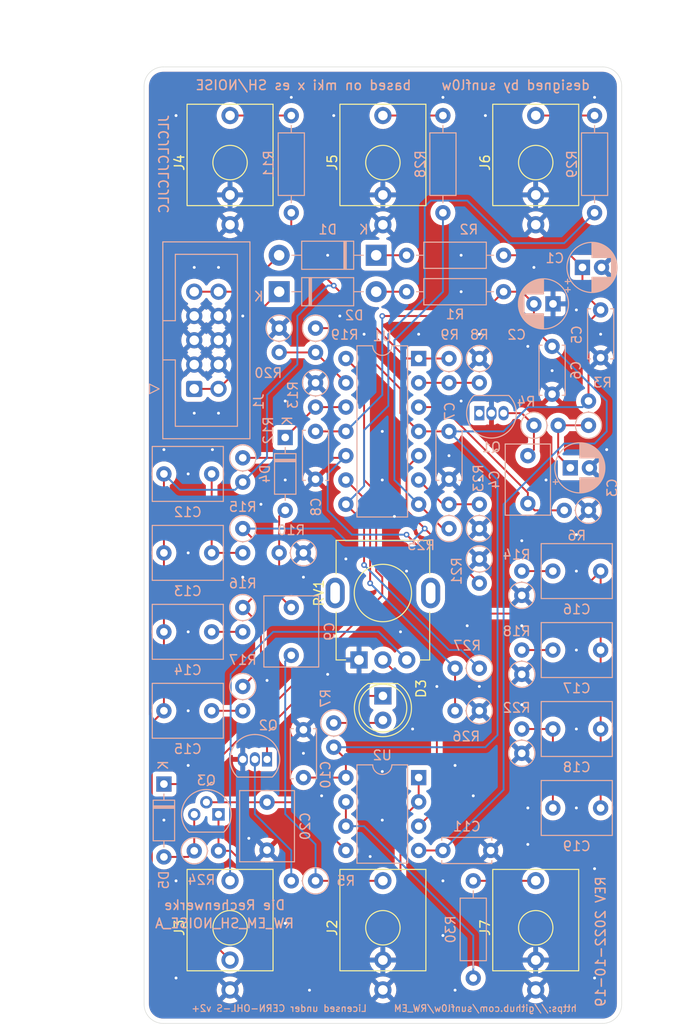
<source format=kicad_pcb>
(kicad_pcb (version 20211014) (generator pcbnew)
  (title_block (title "RW_EM_SH_NOISE_A") (date "2022-10-19") (rev "2022-10-19") (comment 1 "Licensed under CERN-OHL-S v2+"))
  (layers (0 "F.Cu" signal) (31 "B.Cu" signal) (34 "B.Paste" user) (35 "F.Paste" user) (36 "B.SilkS" user "B.Silkscreen") (37 "F.SilkS" user "F.Silkscreen") (38 "B.Mask" user) (39 "F.Mask" user) (44 "Edge.Cuts" user))
  (net 0 "")
  (net 1 "+12V")
  (net 2 "GND")
  (net 3 "-12V")
  (net 4 "Net-(C3-Pad1)")
  (net 5 "Net-(C4-Pad1)")
  (net 6 "Net-(C4-Pad2)")
  (net 7 "Net-(C9-Pad1)")
  (net 8 "Net-(C9-Pad2)")
  (net 9 "Net-(C12-Pad1)")
  (net 10 "Net-(C12-Pad2)")
  (net 11 "Net-(C14-Pad2)")
  (net 12 "Net-(C15-Pad2)")
  (net 13 "Net-(C16-Pad1)")
  (net 14 "Net-(C16-Pad2)")
  (net 15 "Net-(C17-Pad1)")
  (net 16 "Net-(C18-Pad1)")
  (net 17 "Net-(C20-Pad2)")
  (net 18 "Net-(D1-Pad1)")
  (net 19 "Net-(D1-Pad2)")
  (net 20 "Net-(D2-Pad1)")
  (net 21 "Net-(D2-Pad2)")
  (net 22 "Net-(D3-Pad1)")
  (net 23 "Net-(D3-Pad2)")
  (net 24 "Net-(D4-Pad1)")
  (net 25 "Net-(D5-Pad1)")
  (net 26 "Net-(D5-Pad2)")
  (net 27 "Net-(J3-PadT)")
  (net 28 "Net-(J4-PadT)")
  (net 29 "Net-(J5-PadT)")
  (net 30 "Net-(J6-PadT)")
  (net 31 "Net-(J7-PadT)")
  (net 33 "Net-(Q2-Pad2)")
  (net 34 "Net-(Q3-Pad1)")
  (net 35 "Net-(R8-Pad2)")
  (net 36 "Net-(R15-Pad1)")
  (net 37 "Net-(R19-Pad2)")
  (net 38 "Net-(R23-Pad2)")
  (net 39 "Net-(R25-Pad1)")
  (net 40 "Net-(R26-Pad2)")
  (net 41 "Net-(R27-Pad1)")
  (net 42 "Net-(R30-Pad2)")
  (net 43 "Net-(RV1-Pad2)")
  (footprint "RW_EurorackModular:Potentiometer_R0904N_SongHuei" (layer "F.Cu") (at 115 95)
    (fp_text reference "RV1")
    (fp_text value "100k")
  )
  (footprint "LED_THT:LED_D5.0mm" (layer "F.Cu") (at 115 105.76 -90)
    (fp_text reference "D3")
    (fp_text value "LED")
  )
  (footprint "RW_EurorackModular:PJ301M-12" (layer "F.Cu") (at 99 50)
    (fp_text reference "J4")
    (fp_text value "PJ301M-12")
  )
  (footprint "RW_EurorackModular:PJ301M-12" (layer "F.Cu") (at 131 130)
    (fp_text reference "J7")
    (fp_text value "PJ301M-12")
  )
  (footprint "RW_EurorackModular:PJ301M-12" (layer "F.Cu") (at 131 50)
    (fp_text reference "J6")
    (fp_text value "PJ301M-12")
  )
  (footprint "RW_EurorackModular:PJ301M-12" (layer "F.Cu") (at 99 130)
    (fp_text reference "J3")
    (fp_text value "PJ301M-12")
  )
  (footprint "RW_EurorackModular:PJ301M-12" (layer "F.Cu") (at 115 130)
    (fp_text reference "J2")
    (fp_text value "PJ301M-12")
  )
  (footprint "RW_EurorackModular:PJ301M-12" (layer "F.Cu") (at 115 50)
    (fp_text reference "J5")
    (fp_text value "PJ301M-12")
  )
  (footprint "Resistor_THT:R_Axial_DIN0207_L6.3mm_D2.5mm_P2.54mm_Vertical" (layer "B.Cu") (at 121.92 70.485 -90)
    (fp_text reference "R9")
    (fp_text value "100k")
  )
  (footprint "Resistor_THT:R_Axial_DIN0207_L6.3mm_D2.5mm_P2.54mm_Vertical" (layer "B.Cu") (at 130.81 77.47)
    (fp_text reference "R4")
    (fp_text value "100k")
  )
  (footprint "Capacitor_THT:CP_Radial_D5.0mm_P2.00mm" (layer "B.Cu") (at 132.81 64.77 180)
    (fp_text reference "C2")
    (fp_text value "47uF")
  )
  (footprint "Resistor_THT:R_Axial_DIN0207_L6.3mm_D2.5mm_P2.54mm_Vertical" (layer "B.Cu") (at 125.095 88.265 90)
    (fp_text reference "R23")
    (fp_text value "100k")
  )
  (footprint "Diode_THT:D_DO-41_SOD81_P10.16mm_Horizontal" (layer "B.Cu") (at 104.14 63.5)
    (fp_text reference "D2")
    (fp_text value "1N5819")
  )
  (footprint "Package_TO_SOT_THT:TO-92_Inline" (layer "B.Cu") (at 102.87 112.395 180)
    (fp_text reference "Q2")
    (fp_text value "BC548")
  )
  (footprint "Connector_IDC:IDC-Header_2x05_P2.54mm_Vertical" (layer "B.Cu") (at 95.25 73.66)
    (fp_text reference "J1")
    (fp_text value "IDC_02x05")
  )
  (footprint "Resistor_THT:R_Axial_DIN0207_L6.3mm_D2.5mm_P2.54mm_Vertical" (layer "B.Cu") (at 107.95 73.025 -90)
    (fp_text reference "R13")
    (fp_text value "100k")
  )
  (footprint "Resistor_THT:R_Axial_DIN0207_L6.3mm_D2.5mm_P10.16mm_Horizontal" (layer "B.Cu") (at 137.16 45.085 -90)
    (fp_text reference "R29")
    (fp_text value "1k")
  )
  (footprint "Resistor_THT:R_Axial_DIN0207_L6.3mm_D2.5mm_P2.54mm_Vertical" (layer "B.Cu") (at 125.095 107.315 180)
    (fp_text reference "R26")
    (fp_text value "20k")
  )
  (footprint "Resistor_THT:R_Axial_DIN0207_L6.3mm_D2.5mm_P2.54mm_Vertical" (layer "B.Cu") (at 107.95 67.31 -90)
    (fp_text reference "R19")
    (fp_text value "100k")
  )
  (footprint "Capacitor_THT:C_Disc_D5.0mm_W2.5mm_P5.00mm" (layer "B.Cu") (at 121.92 78.105 -90)
    (fp_text reference "C7")
    (fp_text value "100nF")
  )
  (footprint "Resistor_THT:R_Axial_DIN0207_L6.3mm_D2.5mm_P2.54mm_Vertical" (layer "B.Cu") (at 136.525 86.36 180)
    (fp_text reference "R6")
    (fp_text value "100k")
  )
  (footprint "Capacitor_THT:C_Rect_L7.2mm_W5.5mm_P5.00mm_FKS2_FKP2_MKS2_MKP2" (layer "B.Cu") (at 102.87 121.88 90)
    (fp_text reference "C20")
    (fp_text value "100nF")
  )
  (footprint "Capacitor_THT:CP_Radial_D5.0mm_P2.00mm" (layer "B.Cu") (at 135.89 60.96)
    (fp_text reference "C1")
    (fp_text value "47uF")
  )
  (footprint "Diode_THT:D_DO-35_SOD27_P7.62mm_Horizontal" (layer "B.Cu") (at 104.775 78.74 -90)
    (fp_text reference "D4")
    (fp_text value "1N4148")
  )
  (footprint "Package_DIP:DIP-8_W7.62mm" (layer "B.Cu") (at 118.745 114.3 180)
    (fp_text reference "U2")
    (fp_text value "TL072")
  )
  (footprint "Resistor_THT:R_Axial_DIN0207_L6.3mm_D2.5mm_P2.54mm_Vertical" (layer "B.Cu") (at 129.54 103.505 90)
    (fp_text reference "R18")
    (fp_text value "47k")
  )
  (footprint "Resistor_THT:R_Axial_DIN0207_L6.3mm_D2.5mm_P2.54mm_Vertical" (layer "B.Cu") (at 100.33 96.52 -90)
    (fp_text reference "R16")
    (fp_text value "470k")
  )
  (footprint "Resistor_THT:R_Axial_DIN0207_L6.3mm_D2.5mm_P2.54mm_Vertical" (layer "B.Cu") (at 100.33 104.775 -90)
    (fp_text reference "R17")
    (fp_text value "10k")
  )
  (footprint "Resistor_THT:R_Axial_DIN0207_L6.3mm_D2.5mm_P10.16mm_Horizontal" (layer "B.Cu") (at 105.41 45.085 -90)
    (fp_text reference "R11")
    (fp_text value "1k")
  )
  (footprint "Resistor_THT:R_Axial_DIN0207_L6.3mm_D2.5mm_P2.54mm_Vertical" (layer "B.Cu") (at 104.14 67.31 -90)
    (fp_text reference "R20")
    (fp_text value "33k")
  )
  (footprint "Diode_THT:D_DO-41_SOD81_P10.16mm_Horizontal" (layer "B.Cu") (at 114.3 59.69 180)
    (fp_text reference "D1")
    (fp_text value "1N5819")
  )
  (footprint "Capacitor_THT:C_Rect_L7.2mm_W5.5mm_P5.00mm_FKS2_FKP2_MKS2_MKP2" (layer "B.Cu") (at 132.795 109.22)
    (fp_text reference "C18")
    (fp_text value "2.2nF")
  )
  (footprint "Resistor_THT:R_Axial_DIN0207_L6.3mm_D2.5mm_P2.54mm_Vertical" (layer "B.Cu") (at 129.54 95.25 90)
    (fp_text reference "R14")
    (fp_text value "4.7k")
  )
  (footprint "Resistor_THT:R_Axial_DIN0207_L6.3mm_D2.5mm_P10.16mm_Horizontal" (layer "B.Cu") (at 117.475 59.69)
    (fp_text reference "R2")
    (fp_text value "10")
  )
  (footprint "Resistor_THT:R_Axial_DIN0207_L6.3mm_D2.5mm_P10.16mm_Horizontal" (layer "B.Cu") (at 124.46 125.095 -90)
    (fp_text reference "R30")
    (fp_text value "1k")
  )
  (footprint "Capacitor_THT:C_Rect_L7.2mm_W5.5mm_P5.00mm_FKS2_FKP2_MKS2_MKP2" (layer "B.Cu") (at 92.075 90.805)
    (fp_text reference "C13")
    (fp_text value "3.3nF")
  )
  (footprint "Capacitor_THT:C_Rect_L7.2mm_W5.5mm_P5.00mm_FKS2_FKP2_MKS2_MKP2" (layer "B.Cu") (at 92.075 107.315)
    (fp_text reference "C15")
    (fp_text value "680pF")
  )
  (footprint "Resistor_THT:R_Axial_DIN0207_L6.3mm_D2.5mm_P2.54mm_Vertical" (layer "B.Cu") (at 121.92 88.265 90)
    (fp_text reference "R25")
    (fp_text value "33k")
  )
  (footprint "Capacitor_THT:C_Rect_L7.2mm_W4.5mm_P5.00mm_FKS2_FKP2_MKS2_MKP2" (layer "B.Cu") (at 130.175 80.645 -90)
    (fp_text reference "C4")
    (fp_text value "1uF")
  )
  (footprint "Resistor_THT:R_Axial_DIN0207_L6.3mm_D2.5mm_P10.16mm_Horizontal" (layer "B.Cu") (at 117.475 63.5)
    (fp_text reference "R1")
    (fp_text value "10")
  )
  (footprint "Resistor_THT:R_Axial_DIN0207_L6.3mm_D2.5mm_P10.16mm_Horizontal" (layer "B.Cu") (at 121.285 45.085 -90)
    (fp_text reference "R28")
    (fp_text value "1k")
  )
  (footprint "Capacitor_THT:C_Disc_D5.0mm_W2.5mm_P5.00mm" (layer "B.Cu") (at 137.795 65.405 -90)
    (fp_text reference "C5")
    (fp_text value "100nF")
  )
  (footprint "Package_TO_SOT_THT:TO-92" (layer "B.Cu") (at 97.79 118.15 180)
    (fp_text reference "Q3")
    (fp_text value "J113")
  )
  (footprint "Package_TO_SOT_THT:TO-92_Inline" (layer "B.Cu") (at 125.095 76.2)
    (fp_text reference "Q1")
    (fp_text value "BC548")
  )
  (footprint "Capacitor_THT:C_Rect_L7.2mm_W5.5mm_P5.00mm_FKS2_FKP2_MKS2_MKP2" (layer "B.Cu") (at 132.795 117.475)
    (fp_text reference "C19")
    (fp_text value "3.3nF")
  )
  (footprint "Resistor_THT:R_Axial_DIN0207_L6.3mm_D2.5mm_P2.54mm_Vertical" (layer "B.Cu") (at 129.54 111.76 90)
    (fp_text reference "R22")
    (fp_text value "470k")
  )
  (footprint "Capacitor_THT:C_Rect_L7.2mm_W5.5mm_P5.00mm_FKS2_FKP2_MKS2_MKP2" (layer "B.Cu") (at 105.41 101.52 90)
    (fp_text reference "C9")
    (fp_text value "1nF")
  )
  (footprint "Resistor_THT:R_Axial_DIN0207_L6.3mm_D2.5mm_P2.54mm_Vertical" (layer "B.Cu") (at 100.33 80.87 -90)
    (fp_text reference "R12")
    (fp_text value "100k")
  )
  (footprint "Resistor_THT:R_Axial_DIN0207_L6.3mm_D2.5mm_P2.54mm_Vertical" (layer "B.Cu") (at 106.68 90.805 180)
    (fp_text reference "R10")
    (fp_text value "100k")
  )
  (footprint "Resistor_THT:R_Axial_DIN0207_L6.3mm_D2.5mm_P2.54mm_Vertical" (layer "B.Cu") (at 125.095 91.44 -90)
    (fp_text reference "R21")
    (fp_text value "20k")
  )
  (footprint "Package_DIP:DIP-14_W7.62mm" (layer "B.Cu") (at 118.745 70.485 180)
    (fp_text reference "U1")
    (fp_text value "TL074")
  )
  (footprint "Capacitor_THT:C_Rect_L7.2mm_W5.5mm_P5.00mm_FKS2_FKP2_MKS2_MKP2" (layer "B.Cu") (at 92.075 82.55)
    (fp_text reference "C12")
    (fp_text value "2.2nF")
  )
  (footprint "Capacitor_THT:C_Rect_L7.2mm_W5.5mm_P5.00mm_FKS2_FKP2_MKS2_MKP2" (layer "B.Cu") (at 92.075 99.06)
    (fp_text reference "C14")
    (fp_text value "2.2nF")
  )
  (footprint "Capacitor_THT:CP_Radial_D5.0mm_P2.00mm" (layer "B.Cu") (at 134.62 81.915)
    (fp_text reference "C3")
    (fp_text value "47uF")
  )
  (footprint "Resistor_THT:R_Axial_DIN0207_L6.3mm_D2.5mm_P2.54mm_Vertical" (layer "B.Cu") (at 136.525 77.47 90)
    (fp_text reference "R3")
    (fp_text value "4.7k")
  )
  (footprint "Capacitor_THT:C_Rect_L7.2mm_W5.5mm_P5.00mm_FKS2_FKP2_MKS2_MKP2" (layer "B.Cu") (at 132.795 92.71)
    (fp_text reference "C16")
    (fp_text value "680pF")
  )
  (footprint "Capacitor_THT:C_Disc_D5.0mm_W2.5mm_P5.00mm" (layer "B.Cu") (at 107.95 83.105 90)
    (fp_text reference "C8")
    (fp_text value "100nF")
  )
  (footprint "Capacitor_THT:C_Disc_D5.0mm_W2.5mm_P5.00mm" (layer "B.Cu") (at 132.715 74.215 90)
    (fp_text reference "C6")
    (fp_text value "100nF")
  )
  (footprint "Resistor_THT:R_Axial_DIN0207_L6.3mm_D2.5mm_P2.54mm_Vertical" (layer "B.Cu") (at 100.33 88.265 -90)
    (fp_text reference "R15")
    (fp_text value "1M")
  )
  (footprint "Diode_THT:D_DO-35_SOD27_P7.62mm_Horizontal" (layer "B.Cu") (at 92.075 114.975 -90)
    (fp_text reference "D5")
    (fp_text value "1N4148")
  )
  (footprint "Capacitor_THT:C_Disc_D5.0mm_W2.5mm_P5.00mm" (layer "B.Cu") (at 106.68 114.3 90)
    (fp_text reference "C10")
    (fp_text value "100nF")
  )
  (footprint "Capacitor_THT:C_Disc_D5.0mm_W2.5mm_P5.00mm" (layer "B.Cu") (at 126.285 121.92 180)
    (fp_text reference "C11")
    (fp_text value "100nF")
  )
  (footprint "Resistor_THT:R_Axial_DIN0207_L6.3mm_D2.5mm_P2.54mm_Vertical" (layer "B.Cu") (at 109.855 108.585 -90)
    (fp_text reference "R7")
    (fp_text value "1k")
  )
  (footprint "Capacitor_THT:C_Rect_L7.2mm_W5.5mm_P5.00mm_FKS2_FKP2_MKS2_MKP2" (layer "B.Cu") (at 132.795 100.965)
    (fp_text reference "C17")
    (fp_text value "2.2nF")
  )
  (footprint "Resistor_THT:R_Axial_DIN0207_L6.3mm_D2.5mm_P2.54mm_Vertical" (layer "B.Cu") (at 107.95 125.095 180)
    (fp_text reference "R5")
    (fp_text value "51k")
  )
  (footprint "Resistor_THT:R_Axial_DIN0207_L6.3mm_D2.5mm_P2.54mm_Vertical" (layer "B.Cu") (at 95.25 121.96)
    (fp_text reference "R24")
    (fp_text value "1M")
  )
  (footprint "Resistor_THT:R_Axial_DIN0207_L6.3mm_D2.5mm_P2.54mm_Vertical" (layer "B.Cu") (at 125.095 70.485 -90)
    (fp_text reference "R8")
    (fp_text value "680")
  )
  (footprint "Resistor_THT:R_Axial_DIN0207_L6.3mm_D2.5mm_P2.54mm_Vertical" (layer "B.Cu") (at 125.095 102.87 180)
    (fp_text reference "R27")
    (fp_text value "100k")
  )
  (gr_line (start 138 140) (end 92 140) (layer "Edge.Cuts") (width 0.05))
  (gr_line (start 90 138) (end 90 42) (layer "Edge.Cuts") (width 0.05))
  (gr_arc (start 90 42) (mid 90.585786 40.585786) (end 92 40) (layer "Edge.Cuts") (width 0.05))
  (gr_line (start 92 40) (end 138 40) (layer "Edge.Cuts") (width 0.05))
  (gr_arc (start 92 140) (mid 90.585786 139.414214) (end 90 138) (layer "Edge.Cuts") (width 0.05))
  (gr_line (start 140 42) (end 140 138) (layer "Edge.Cuts") (width 0.05))
  (gr_arc (start 138 40) (mid 139.414214 40.585786) (end 140 42) (layer "Edge.Cuts") (width 0.05))
  (gr_arc (start 140 138) (mid 139.414214 139.414214) (end 138 140) (layer "Edge.Cuts") (width 0.05))
  (gr_text "designed by sunfl0w" (at 128.905 41.91) (layer "B.SilkS") (effects (font (size 1 1) (thickness 0.16)) (justify mirror)))
  (gr_text "https://github.com/sunfl0w/RW_EM" (at 125.73 138.43) (layer "B.SilkS") (effects (font (size 0.7 0.7) (thickness 0.12)) (justify mirror)))
  (gr_text "REV 2022-10-19" (at 137.795 131.445 90) (layer "B.SilkS") (effects (font (size 1 1) (thickness 0.16)) (justify mirror)))
  (gr_text "Licensed under CERN-OHL-S v2+" (at 104.14 138.43) (layer "B.SilkS") (effects (font (size 0.7 0.7) (thickness 0.12)) (justify mirror)))
  (gr_text "based on mki x es SH/NOISE" (at 106.68 41.91) (layer "B.SilkS") (effects (font (size 1 1) (thickness 0.16)) (justify mirror)))
  (gr_text "Die Rechenwerke" (at 98.425 127.635) (layer "B.SilkS") (effects (font (size 1 1) (thickness 0.16)) (justify mirror)))
  (gr_text "JLCJLCJLCJLC" (at 92.075 50.165 90) (layer "B.SilkS") (effects (font (size 1 1) (thickness 0.16)) (justify mirror)))
  (gr_text "RW_EM_SH_NOISE_A" (at 98.425 129.54) (layer "B.SilkS") (effects (font (size 1 1) (thickness 0.16)) (justify mirror)))
  (segment (start 134.62 59.69) (end 135.89 60.96) (width 0.2) (layer "F.Cu") (net 1))
  (segment (start 127.635 59.69) (end 134.62 59.69) (width 0.2) (layer "F.Cu") (net 1))
  (segment (start 135.89 60.96) (end 135.89 63.5) (width 0.2) (layer "F.Cu") (net 1))
  (segment (start 136.525 66.675) (end 136.525 74.93) (width 0.2) (layer "F.Cu") (net 1))
  (segment (start 116.84 76.2) (end 118.745 78.105) (width 0.2) (layer "F.Cu") (net 1))
  (segment (start 137.795 65.405) (end 136.525 66.675) (width 0.2) (layer "F.Cu") (net 1))
  (segment (start 118.745 78.105) (end 121.92 78.105) (width 0.2) (layer "F.Cu") (net 1))
  (segment (start 111.125 114.3) (end 111.125 112.395) (width 0.2) (layer "F.Cu") (net 1))
  (segment (start 135.89 63.5) (end 137.795 65.405) (width 0.2) (layer "F.Cu") (net 1))
  (segment (start 111.125 112.395) (end 109.855 111.125) (width 0.2) (layer "F.Cu") (net 1))
  (segment (start 107.95 67.31) (end 110.49 67.31) (width 0.2) (layer "F.Cu") (net 1))
  (segment (start 116.84 73.66) (end 116.84 76.2) (width 0.2) (layer "F.Cu") (net 1))
  (segment (start 111.125 114.3) (end 106.68 114.3) (width 0.2) (layer "F.Cu") (net 1))
  (segment (start 110.49 67.31) (end 116.84 73.66) (width 0.2) (layer "F.Cu") (net 1))
  (segment (start 127 109.855) (end 125.73 111.125) (width 0.2) (layer "B.Cu") (net 1))
  (segment (start 125.73 111.125) (end 109.855 111.125) (width 0.2) (layer "B.Cu") (net 1))
  (segment (start 127.635 78.105) (end 130.175 75.565) (width 0.2) (layer "B.Cu") (net 1))
  (segment (start 121.92 78.105) (end 127.635 78.105) (width 0.2) (layer "B.Cu") (net 1))
  (segment (start 130.175 75.565) (end 135.89 75.565) (width 0.2) (layer "B.Cu") (net 1))
  (segment (start 127 83.185) (end 127 109.855) (width 0.2) (layer "B.Cu") (net 1))
  (segment (start 121.92 78.105) (end 127 83.185) (width 0.2) (layer "B.Cu") (net 1))
  (segment (start 135.89 75.565) (end 136.525 74.93) (width 0.2) (layer "B.Cu") (net 1))
  (via (at 130.175 117.475) (size 0.6) (drill 0.3) (layers "F.Cu" "B.Cu") (net 2))
  (via (at 93.345 135.255) (size 0.6) (drill 0.3) (layers "F.Cu" "B.Cu") (net 2))
  (via (at 137.795 67.945) (size 0.6) (drill 0.3) (layers "F.Cu" "B.Cu") (net 2))
  (via (at 109.855 45.085) (size 0.6) (drill 0.3) (layers "F.Cu" "B.Cu") (net 2))
  (via (at 130.81 60.96) (size 0.6) (drill 0.3) (layers "F.Cu" "B.Cu") (net 2))
  (via (at 109.22 103.505) (size 0.6) (drill 0.3) (layers "F.Cu" "B.Cu") (net 2))
  (via (at 92.075 80.01) (size 0.6) (drill 0.3) (layers "F.Cu" "B.Cu") (net 2))
  (via (at 138.43 80.01) (size 0.6) (drill 0.3) (layers "F.Cu" "B.Cu") (net 2))
  (via (at 129.54 89.535) (size 0.6) (drill 0.3) (layers "F.Cu" "B.Cu") (net 2))
  (via (at 135.255 117.475) (size 0.6) (drill 0.3) (layers "F.Cu" "B.Cu") (net 2))
  (via (at 108.585 116.205) (size 0.6) (drill 0.3) (layers "F.Cu" "B.Cu") (net 2))
  (via (at 106.68 93.345) (size 0.6) (drill 0.3) (layers "F.Cu" "B.Cu") (net 2))
  (via (at 117.475 92.71) (size 0.6) (drill 0.3) (layers "F.Cu" "B.Cu") (net 2))
  (via (at 125.095 67.945) (size 0.6) (drill 0.3) (layers "F.Cu" "B.Cu") (net 2))
  (via (at 121.285 43.18) (size 0.6) (drill 0.3) (layers "F.Cu" "B.Cu") (net 2))
  (via (at 137.16 43.18) (size 0.6) (drill 0.3) (layers "F.Cu" "B.Cu") (net 2))
  (via (at 97.79 76.2) (size 0.6) (drill 0.3) (layers "F.Cu" "B.Cu") (net 2))
  (via (at 125.095 104.775) (size 0.6) (drill 0.3) (layers "F.Cu" "B.Cu") (net 2))
  (via (at 102.87 104.14) (size 0.6) (drill 0.3) (layers "F.Cu" "B.Cu") (net 2))
  (via (at 137.16 135.255) (size 0.6) (drill 0.3) (layers "F.Cu" "B.Cu") (net 2))
  (via (at 120.65 104.775) (size 0.6) (drill 0.3) (layers "F.Cu" "B.Cu") (net 2))
  (via (at 94.615 99.06) (size 0.6) (drill 0.3) (layers "F.Cu" "B.Cu") (net 2))
  (via (at 113.03 67.945) (size 0.6) (drill 0.3) (layers "F.Cu" "B.Cu") (net 2))
  (via (at 114.935 83.185) (size 0.6) (drill 0.3) (layers "F.Cu" "B.Cu") (net 2))
  (via (at 116.84 99.06) (size 0.6) (drill 0.3) (layers "F.Cu" "B.Cu") (net 2))
  (via (at 109.22 59.69) (size 0.6) (drill 0.3) (layers "F.Cu" "B.Cu") (net 2))
  (via (at 104.775 74.93) (size 0.6) (drill 0.3) (layers "F.Cu" "B.Cu") (net 2))
  (via (at 124.46 116.205) (size 0.6) (drill 0.3) (layers "F.Cu" "B.Cu") (net 2))
  (via (at 116.205 86.995) (size 0.6) (drill 0.3) (layers "F.Cu" "B.Cu") (net 2))
  (via (at 125.73 45.085) (size 0.6) (drill 0.3) (layers "F.Cu" "B.Cu") (net 2))
  (via (at 104.775 83.185) (size 0.6) (drill 0.3) (layers "F.Cu" "B.Cu") (net 2))
  (via (at 94.615 82.55) (size 0.6) (drill 0.3) (layers "F.Cu" "B.Cu") (net 2))
  (via (at 135.255 92.71) (size 0.6) (drill 0.3) (layers "F.Cu" "B.Cu") (net 2))
  (via (at 107.315 136.525) (size 0.6) (drill 0.3) (layers "F.Cu" "B.Cu") (net 2))
  (via (at 135.255 100.965) (size 0.6) (drill 0.3) (layers "F.Cu" "B.Cu") (net 2))
  (via (at 92.075 118.745) (size 0.6) (drill 0.3) (layers "F.Cu" "B.Cu") (net 2))
  (via (at 122.555 113.03) (size 0.6) (drill 0.3) (layers "F.Cu" "B.Cu") (net 2))
  (via (at 100.965 120.65) (size 0.6) (drill 0.3) (layers "F.Cu" "B.Cu") (net 2))
  (via (at 102.235 85.725) (size 0.6) (drill 0.3) (layers "F.Cu" "B.Cu") (net 2))
  (via (at 114.935 118.745) (size 0.6) (drill 0.3) (layers "F.Cu" "B.Cu") (net 2))
  (via (at 137.16 123.825) (size 0.6) (drill 0.3) (layers "F.Cu" "B.Cu") (net 2))
  (via (at 94.615 107.315) (size 0.6) (drill 0.3) (layers "F.Cu" "B.Cu") (net 2))
  (via (at 132.715 71.755) (size 0.6) (drill 0.3) (layers "F.Cu" "B.Cu") (net 2))
  (via (at 113.665 122.555) (size 0.6) (drill 0.3) (layers "F.Cu" "B.Cu") (net 2))
  (via (at 129.54 98.425) (size 0.6) (drill 0.3) (layers "F.Cu" "B.Cu") (net 2))
  (via (at 97.155 80.01) (size 0.6) (drill 0.3) (layers "F.Cu" "B.Cu") (net 2))
  (via (at 97.79 60.96) (size 0.6) (drill 0.3) (layers "F.Cu" "B.Cu") (net 2))
  (via (at 94.615 113.03) (size 0.6) (drill 0.3) (layers "F.Cu" "B.Cu") (net 2))
  (via (at 130.175 69.215) (size 0.6) (drill 0.3) (layers "F.Cu" "B.Cu") (net 2))
  (via (at 100.33 66.04) (size 0.6) (drill 0.3) (layers "F.Cu" "B.Cu") (net 2))
  (via (at 106.68 111.76) (size 0.6) (drill 0.3) (layers "F.Cu" "B.Cu") (net 2))
  (via (at 121.285 130.81) (size 0.6) (drill 0.3) (layers "F.Cu" "B.Cu") (net 2))
  (via (at 121.285 125.095) (size 0.6) (drill 0.3) (layers "F.Cu" "B.Cu") (net 2))
  (via (at 100.33 93.345) (size 0.6) (drill 0.3) (layers "F.Cu" "B.Cu") (net 2))
  (via (at 123.19 59.69) (size 0.6) (drill 0.3) (layers "F.Cu" "B.Cu") (net 2))
  (via (at 132.08 83.185) (size 0.6) (drill 0.3) (layers "F.Cu" "B.Cu") (net 2))
  (via (at 125.095 83.185) (size 0.6) (drill 0.3) (layers "F.Cu" "B.Cu") (net 2))
  (via (at 95.25 76.2) (size 0.6) (drill 0.3) (layers "F.Cu" "B.Cu") (net 2))
  (via (at 135.255 88.9) (size 0.6) (drill 0.3) (layers "F.Cu" "B.Cu") (net 2))
  (via (at 114.935 78.105) (size 0.6) (drill 0.3) (layers "F.Cu" "B.Cu") (net 2))
  (via (at 118.745 67.945) (size 0.6) (drill 0.3) (layers "F.Cu" "B.Cu") (net 2))
  (via (at 114.935 113.665) (size 0.6) (drill 0.3) (layers "F.Cu" "B.Cu") (net 2))
  (via (at 135.255 65.405) (size 0.6) (drill 0.3) (layers "F.Cu" "B.Cu") (net 2))
  (via (at 110.49 66.04) (size 0.6) (drill 0.3) (layers "F.Cu" "B.Cu") (net 2))
  (via (at 111.125 91.44) (size 0.6) (drill 0.3) (layers "F.Cu" "B.Cu") (net 2))
  (via (at 123.19 63.5) (size 0.6) (drill 0.3) (layers "F.Cu" "B.Cu") (net 2))
  (via (at 123.825 98.425) (size 0.6) (drill 0.3) (layers "F.Cu" "B.Cu") (net 2))
  (via (at 123.19 74.93) (size 0.6) (drill 0.3) (layers "F.Cu" "B.Cu") (net 2))
  (via (at 93.345 125.095) (size 0.6) (drill 0.3) (layers "F.Cu" "B.Cu") (net 2))
  (via (at 121.92 80.645) (size 0.6) (drill 0.3) (layers "F.Cu" "B.Cu") (net 2))
  (via (at 122.555 136.525) (size 0.6) (drill 0.3) (layers "F.Cu" "B.Cu") (net 2))
  (via (at 129.54 106.68) (size 0.6) (drill 0.3) (layers "F.Cu" "B.Cu") (net 2))
  (via (at 93.345 45.085) (size 0.6) (drill 0.3) (layers "F.Cu" "B.Cu") (net 2))
  (via (at 118.11 109.22) (size 0.6) (drill 0.3) (layers "F.Cu" "B.Cu") (net 2))
  (via (at 95.25 60.96) (size 0.6) (drill 0.3) (layers "F.Cu" "B.Cu") (net 2))
  (via (at 104.775 129.54) (size 0.6) (drill 0.3) (layers "F.Cu" "B.Cu") (net 2))
  (via (at 135.255 109.22) (size 0.6) (drill 0.3) (layers "F.Cu" "B.Cu") (net 2))
  (via (at 130.175 121.285) (size 0.6) (drill 0.3) (layers "F.Cu" "B.Cu") (net 2))
  (via (at 105.41 43.18) (size 0.6) (drill 0.3) (layers "F.Cu" "B.Cu") (net 2))
  (via (at 94.615 90.805) (size 0.6) (drill 0.3) (layers "F.Cu" "B.Cu") (net 2))
  (segment (start 130.81 67.31) (end 132.715 69.215) (width 0.2) (layer "F.Cu") (net 3))
  (segment (start 107.95 78.105) (end 111.125 78.105) (width 0.2) (layer "F.Cu") (net 3))
  (segment (start 125.095 66.04) (end 127.635 63.5) (width 0.2) (layer "F.Cu") (net 3))
  (segment (start 129.54 63.5) (end 130.81 64.77) (width 0.2) (layer "F.Cu") (net 3))
  (segment (start 130.81 64.77) (end 130.81 67.31) (width 0.2) (layer "F.Cu") (net 3))
  (segment (start 114.935 66.04) (end 125.095 66.04) (width 0.2) (layer "F.Cu") (net 3))
  (segment (start 121.285 121.92) (end 118.745 121.92) (width 0.2) (layer "F.Cu") (net 3))
  (segment (start 127.635 63.5) (end 129.54 63.5) (width 0.2) (layer "F.Cu") (net 3))
  (via (at 114.935 66.04) (size 0.6) (drill 0.3) (layers "F.Cu" "B.Cu") (net 3))
  (segment (start 111.125 78.105) (end 114.935 74.295) (width 0.2) (layer "B.Cu") (net 3))
  (segment (start 133.985 79.375) (end 137.16 79.375) (width 0.2) (layer "B.Cu") (net 3))
  (segment (start 127.635 85.725) (end 133.985 79.375) (width 0.2) (layer "B.Cu") (net 3))
  (segment (start 138.43 78.105) (end 138.43 74.93) (width 0.2) (layer "B.Cu") (net 3))
  (segment (start 138.43 74.93) (end 132.715 69.215) (width 0.2) (layer "B.Cu") (net 3))
  (segment (start 121.285 121.92) (end 127.635 115.57) (width 0.2) (layer "B.Cu") (net 3))
  (segment (start 127.635 115.57) (end 127.635 85.725) (width 0.2) (layer "B.Cu") (net 3))
  (segment (start 137.16 79.375) (end 138.43 78.105) (width 0.2) (layer "B.Cu") (net 3))
  (segment (start 114.935 74.295) (end 114.935 66.04) (width 0.2) (layer "B.Cu") (net 3))
  (segment (start 133.35 77.47) (end 136.525 77.47) (width 0.2) (layer "F.Cu") (net 4))
  (segment (start 133.35 77.47) (end 133.35 80.645) (width 0.2) (layer "F.Cu") (net 4))
  (segment (start 133.35 80.645) (end 134.62 81.915) (width 0.2) (layer "F.Cu") (net 4))
  (segment (start 127.635 76.2) (end 129.54 76.2) (width 0.2) (layer "F.Cu") (net 5))
  (segment (start 130.81 80.01) (end 130.175 80.645) (width 0.2) (layer "F.Cu") (net 5))
  (segment (start 130.81 77.47) (end 130.81 80.01) (width 0.2) (layer "F.Cu") (net 5))
  (segment (start 129.54 76.2) (end 130.81 77.47) (width 0.2) (layer "F.Cu") (net 5))
  (segment (start 130.175 84.51363) (end 121.22637 75.565) (width 0.2) (layer "F.Cu") (net 6))
  (segment (start 121.22637 75.565) (end 118.745 75.565) (width 0.2) (layer "F.Cu") (net 6))
  (segment (start 133.985 86.36) (end 130.89 86.36) (width 0.2) (layer "F.Cu") (net 6))
  (segment (start 130.175 85.645) (end 130.175 84.51363) (width 0.2) (layer "F.Cu") (net 6))
  (segment (start 130.89 86.36) (end 130.175 85.645) (width 0.2) (layer "F.Cu") (net 6))
  (segment (start 114.985 125.095) (end 115 125.08) (width 0.2) (layer "F.Cu") (net 7))
  (segment (start 107.95 125.095) (end 114.985 125.095) (width 0.2) (layer "F.Cu") (net 7))
  (segment (start 104.775 102.155) (end 105.41 101.52) (width 0.2) (layer "B.Cu") (net 7))
  (segment (start 107.95 121.285) (end 104.775 118.11) (width 0.2) (layer "B.Cu") (net 7))
  (segment (start 107.95 125.095) (end 107.95 121.285) (width 0.2) (layer "B.Cu") (net 7))
  (segment (start 104.775 118.11) (end 104.775 102.155) (width 0.2) (layer "B.Cu") (net 7))
  (segment (start 104.14 90.805) (end 104.14 86.995) (width 0.2) (layer "F.Cu") (net 8))
  (segment (start 104.14 86.995) (end 104.775 86.36) (width 0.2) (layer "F.Cu") (net 8))
  (segment (start 104.14 90.805) (end 104.14 95.25) (width 0.2) (layer "F.Cu") (net 8))
  (segment (start 104.14 95.25) (end 105.41 96.52) (width 0.2) (layer "F.Cu") (net 8))
  (segment (start 92.075 82.55) (end 92.075 90.805) (width 0.2) (layer "F.Cu") (net 9))
  (segment (start 117.475 70.485) (end 118.745 70.485) (width 0.2) (layer "F.Cu") (net 9))
  (segment (start 105.41 58.42) (end 109.855 62.865) (width 0.2) (layer "F.Cu") (net 9))
  (segment (start 92.075 99.06) (end 92.075 90.805) (width 0.2) (layer "F.Cu") (net 9))
  (segment (start 90.805 108.585) (end 92.075 107.315) (width 0.2) (layer "F.Cu") (net 9))
  (segment (start 90.805 125.185) (end 90.805 108.585) (width 0.2) (layer "F.Cu") (net 9))
  (segment (start 92.075 107.315) (end 92.075 99.06) (width 0.2) (layer "F.Cu") (net 9))
  (segment (start 109.855 62.865) (end 117.475 70.485) (width 0.2) (layer "F.Cu") (net 9))
  (segment (start 121.92 70.485) (end 118.745 70.485) (width 0.2) (layer "F.Cu") (net 9))
  (segment (start 99 133.38) (end 90.805 125.185) (width 0.2) (layer "F.Cu") (net 9))
  (segment (start 105.41 55.245) (end 105.41 58.42) (width 0.2) (layer "F.Cu") (net 9))
  (via (at 109.855 62.865) (size 0.6) (drill 0.3) (layers "F.Cu" "B.Cu") (net 9))
  (segment (start 106.045 71.12) (end 106.045 66.04) (width 0.2) (layer "B.Cu") (net 9))
  (segment (start 100.33 83.41) (end 102.87 80.87) (width 0.2) (layer "B.Cu") (net 9))
  (segment (start 100.33 83.41) (end 99.530001 84.209999) (width 0.2) (layer "B.Cu") (net 9))
  (segment (start 102.87 80.87) (end 102.87 74.295) (width 0.2) (layer "B.Cu") (net 9))
  (segment (start 99.530001 84.209999) (end 93.734999 84.209999) (width 0.2) (layer "B.Cu") (net 9))
  (segment (start 106.045 66.04) (end 109.22 62.865) (width 0.2) (layer "B.Cu") (net 9))
  (segment (start 102.87 74.295) (end 106.045 71.12) (width 0.2) (layer "B.Cu") (net 9))
  (segment (start 93.734999 84.209999) (end 92.075 82.55) (width 0.2) (layer "B.Cu") (net 9))
  (segment (start 109.22 62.865) (end 109.855 62.865) (width 0.2) (layer "B.Cu") (net 9))
  (segment (start 97.075 90.805) (end 100.33 90.805) (width 0.2) (layer "F.Cu") (net 10))
  (segment (start 97.075 82.55) (end 97.075 90.805) (width 0.2) (layer "F.Cu") (net 10))
  (segment (start 97.075 99.06) (end 100.33 99.06) (width 0.2) (layer "F.Cu") (net 11))
  (segment (start 97.075 107.315) (end 100.33 107.315) (width 0.2) (layer "F.Cu") (net 12))
  (segment (start 129.54 92.71) (end 132.795 92.71) (width 0.2) (layer "F.Cu") (net 13))
  (segment (start 100.33 80.87) (end 110.9 80.87) (width 0.2) (layer "F.Cu") (net 14))
  (segment (start 137.795 92.71) (end 133.35 97.155) (width 0.2) (layer "F.Cu") (net 14))
  (segment (start 137.795 92.71) (end 137.795 100.965) (width 0.2) (layer "F.Cu") (net 14))
  (segment (start 137.795 109.22) (end 137.795 117.475) (width 0.2) (layer "F.Cu") (net 14))
  (segment (start 110.9 80.87) (end 111.125 80.645) (width 0.2) (layer "F.Cu") (net 14))
  (segment (start 137.795 100.965) (end 137.795 109.22) (width 0.2) (layer "F.Cu") (net 14))
  (segment (start 125.73 97.155) (end 117.475 88.9) (width 0.2) (layer "F.Cu") (net 14))
  (segment (start 133.35 97.155) (end 125.73 97.155) (width 0.2) (layer "F.Cu") (net 14))
  (via (at 117.475 88.9) (size 0.6) (drill 0.3) (layers "F.Cu" "B.Cu") (net 14))
  (segment (start 109.22 82.55) (end 109.22 86.36) (width 0.2) (layer "B.Cu") (net 14))
  (segment (start 111.76 88.9) (end 117.475 88.9) (width 0.2) (layer "B.Cu") (net 14))
  (segment (start 111.125 80.645) (end 109.22 82.55) (width 0.2) (layer "B.Cu") (net 14))
  (segment (start 109.22 86.36) (end 111.76 88.9) (width 0.2) (layer "B.Cu") (net 14))
  (segment (start 132.795 100.965) (end 129.54 100.965) (width 0.2) (layer "F.Cu") (net 15))
  (segment (start 132.795 109.22) (end 132.795 117.475) (width 0.2) (layer "F.Cu") (net 16))
  (segment (start 132.795 109.22) (end 129.54 109.22) (width 0.2) (layer "F.Cu") (net 16))
  (segment (start 96.52 116.88) (end 102.87 116.88) (width 0.2) (layer "F.Cu") (net 17))
  (segment (start 102.87 116.88) (end 106.085 116.88) (width 0.2) (layer "F.Cu") (net 17))
  (segment (start 106.085 116.88) (end 111.125 121.92) (width 0.2) (layer "F.Cu") (net 17))
  (segment (start 114.3 59.69) (end 117.475 59.69) (width 0.2) (layer "F.Cu") (net 18))
  (segment (start 97.79 63.5) (end 100.33 63.5) (width 0.2) (layer "F.Cu") (net 19))
  (segment (start 100.33 63.5) (end 104.14 59.69) (width 0.2) (layer "F.Cu") (net 19))
  (segment (start 95.25 63.5) (end 97.79 63.5) (width 0.2) (layer "F.Cu") (net 19))
  (segment (start 101.6 66.04) (end 104.14 63.5) (width 0.2) (layer "F.Cu") (net 20))
  (segment (start 95.25 73.66) (end 97.79 73.66) (width 0.2) (layer "F.Cu") (net 20))
  (segment (start 101.6 69.85) (end 101.6 66.04) (width 0.2) (layer "F.Cu") (net 20))
  (segment (start 97.79 73.66) (end 101.6 69.85) (width 0.2) (layer "F.Cu") (net 20))
  (segment (start 114.3 63.5) (end 117.475 63.5) (width 0.2) (layer "F.Cu") (net 21))
  (segment (start 115 105.76) (end 106.33 105.76) (width 0.2) (layer "F.Cu") (net 22))
  (segment (start 106.33 105.76) (end 102.87 109.22) (width 0.2) (layer "F.Cu") (net 22))
  (segment (start 102.87 109.22) (end 102.87 112.395) (width 0.2) (layer "F.Cu") (net 22))
  (segment (start 109.855 108.585) (end 114.715 108.585) (width 0.2) (layer "F.Cu") (net 23))
  (segment (start 114.715 108.585) (end 115 108.3) (width 0.2) (layer "F.Cu") (net 23))
  (segment (start 107.95 75.565) (end 111.125 75.565) (width 0.2) (layer "F.Cu") (net 24))
  (segment (start 104.775 78.74) (end 107.95 75.565) (width 0.2) (layer "F.Cu") (net 24))
  (segment (start 95.21 114.975) (end 92.075 114.975) (width 0.2) (layer "F.Cu") (net 25))
  (segment (start 114.935 95.25) (end 95.21 114.975) (width 0.2) (layer "F.Cu") (net 25))
  (segment (start 114.935 95.25) (end 114.935 93.345) (width 0.2) (layer "F.Cu") (net 25))
  (segment (start 114.935 93.345) (end 114.3 92.71) (width 0.2) (layer "F.Cu") (net 25))
  (segment (start 113.03 83.185) (end 113.03 72.39) (width 0.2) (layer "F.Cu") (net 25))
  (segment (start 114.3 84.455) (end 113.03 83.185) (width 0.2) (layer "F.Cu") (net 25))
  (segment (start 114.3 92.71) (end 114.3 84.455) (width 0.2) (layer "F.Cu") (net 25))
  (segment (start 113.03 72.39) (end 111.125 70.485) (width 0.2) (layer "F.Cu") (net 25))
  (segment (start 92.075 122.595) (end 94.615 122.595) (width 0.2) (layer "F.Cu") (net 26))
  (segment (start 94.615 122.595) (end 95.25 121.96) (width 0.2) (layer "F.Cu") (net 26))
  (segment (start 95.25 118.15) (end 95.25 121.96) (width 0.2) (layer "F.Cu") (net 26))
  (segment (start 114.56 99.06) (end 117.5 102) (width 0.2) (layer "B.Cu") (net 27))
  (segment (start 99 125.08) (end 99 111.82) (width 0.2) (layer "B.Cu") (net 27))
  (segment (start 103.505 99.06) (end 114.56 99.06) (width 0.2) (layer "B.Cu") (net 27))
  (segment (start 99 111.82) (end 99.06 111.76) (width 0.2) (layer "B.Cu") (net 27))
  (segment (start 99.06 111.76) (end 99.06 103.505) (width 0.2) (layer "B.Cu") (net 27))
  (segment (start 99.06 103.505) (end 103.505 99.06) (width 0.2) (layer "B.Cu") (net 27))
  (segment (start 105.405 45.08) (end 105.41 45.085) (width 0.2) (layer "F.Cu") (net 28))
  (segment (start 99 45.08) (end 105.405 45.08) (width 0.2) (layer "F.Cu") (net 28))
  (segment (start 121.28 45.08) (end 121.285 45.085) (width 0.2) (layer "F.Cu") (net 29))
  (segment (start 115 45.08) (end 121.28 45.08) (width 0.2) (layer "F.Cu") (net 29))
  (segment (start 131 45.08) (end 137.155 45.08) (width 0.2) (layer "F.Cu") (net 30))
  (segment (start 137.155 45.08) (end 137.16 45.085) (width 0.2) (layer "F.Cu") (net 30))
  (segment (start 130.985 125.095) (end 131 125.08) (width 0.2) (layer "F.Cu") (net 31))
  (segment (start 124.46 125.095) (end 130.985 125.095) (width 0.2) (layer "F.Cu") (net 31))
  (segment (start 101.6 112.395) (end 101.6 118.11) (width 0.2) (layer "B.Cu") (net 33))
  (segment (start 101.6 118.11) (end 105.41 121.92) (width 0.2) (layer "B.Cu") (net 33))
  (segment (start 105.41 121.92) (end 105.41 125.095) (width 0.2) (layer "B.Cu") (net 33))
  (segment (start 104.14 127) (end 115.57 127) (width 0.2) (layer "F.Cu") (net 34))
  (segment (start 116.84 125.73) (end 116.84 118.745) (width 0.2) (layer "F.Cu") (net 34))
  (segment (start 118.745 114.3) (end 118.745 116.84) (width 0.2) (layer "F.Cu") (net 34))
  (segment (start 97.79 118.15) (end 97.79 121.96) (width 0.2) (layer "F.Cu") (net 34))
  (segment (start 116.84 118.745) (end 118.745 116.84) (width 0.2) (layer "F.Cu") (net 34))
  (segment (start 115.57 127) (end 116.84 125.73) (width 0.2) (layer "F.Cu") (net 34))
  (segment (start 99.1 121.96) (end 104.14 127) (width 0.2) (layer "F.Cu") (net 34))
  (segment (start 97.79 121.96) (end 99.1 121.96) (width 0.2) (layer "F.Cu") (net 34))
  (segment (start 118.745 73.025) (end 121.92 73.025) (width 0.2) (layer "F.Cu") (net 35))
  (segment (start 121.92 73.025) (end 125.095 73.025) (width 0.2) (layer "F.Cu") (net 35))
  (segment (start 102.235 90.17) (end 100.33 88.265) (width 0.2) (layer "F.Cu") (net 36))
  (segment (start 117.475 86.36) (end 117.475 81.915) (width 0.2) (layer "F.Cu") (net 36))
  (segment (start 102.235 98.425) (end 100.33 96.52) (width 0.2) (layer "F.Cu") (net 36))
  (segment (start 102.235 102.87) (end 102.235 98.425) (width 0.2) (layer "F.Cu") (net 36))
  (segment (start 100.33 96.52) (end 102.235 94.615) (width 0.2) (layer "F.Cu") (net 36))
  (segment (start 125.095 93.98) (end 117.475 86.36) (width 0.2) (layer "F.Cu") (net 36))
  (segment (start 117.475 81.915) (end 118.745 80.645) (width 0.2) (layer "F.Cu") (net 36))
  (segment (start 102.235 94.615) (end 102.235 90.17) (width 0.2) (layer "F.Cu") (net 36))
  (segment (start 100.33 104.775) (end 102.235 102.87) (width 0.2) (layer "F.Cu") (net 36))
  (via (at 119.38 88.265) (size 0.6) (drill 0.3) (layers "F.Cu" "B.Cu") (net 36))
  (segment (start 111.125 89.535) (end 118.11 89.535) (width 0.2) (layer "B.Cu") (net 36))
  (segment (start 118.11 89.535) (end 119.38 88.265) (width 0.2) (layer "B.Cu") (net 36))
  (segment (start 100.33 88.265) (end 109.855 88.265) (width 0.2) (layer "B.Cu") (net 36))
  (segment (start 109.855 88.265) (end 111.125 89.535) (width 0.2) (layer "B.Cu") (net 36))
  (segment (start 111.125 73.025) (end 107.95 69.85) (width 0.2) (layer "F.Cu") (net 37))
  (segment (start 107.95 69.85) (end 104.14 69.85) (width 0.2) (layer "F.Cu") (net 37))
  (segment (start 118.745 83.185) (end 121.285 85.725) (width 0.2) (layer "F.Cu") (net 38))
  (segment (start 121.92 85.725) (end 125.095 85.725) (width 0.2) (layer "F.Cu") (net 38))
  (segment (start 121.285 85.725) (end 121.92 85.725) (width 0.2) (layer "F.Cu") (net 38))
  (segment (start 118.745 85.725) (end 121.285 88.265) (width 0.2) (layer "F.Cu") (net 39))
  (segment (start 121.285 88.265) (end 121.92 88.265) (width 0.2) (layer "F.Cu") (net 39))
  (segment (start 116.205 68.58) (end 116.205 83.185) (width 0.2) (layer "B.Cu") (net 39))
  (segment (start 121.285 63.5) (end 116.205 68.58) (width 0.2) (layer "B.Cu") (net 39))
  (segment (start 121.285 55.245) (end 121.285 63.5) (width 0.2) (layer "B.Cu") (net 39))
  (segment (start 116.205 83.185) (end 118.745 85.725) (width 0.2) (layer "B.Cu") (net 39))
  (segment (start 113.665 85.725) (end 113.665 93.98) (width 0.2) (layer "F.Cu") (net 40))
  (segment (start 122.555 102.87) (end 122.555 107.315) (width 0.2) (layer "F.Cu") (net 40))
  (segment (start 111.125 83.185) (end 113.665 85.725) (width 0.2) (layer "F.Cu") (net 40))
  (via (at 113.665 93.98) (size 0.6) (drill 0.3) (layers "F.Cu" "B.Cu") (net 40))
  (segment (start 113.665 93.98) (end 122.555 102.87) (width 0.2) (layer "B.Cu") (net 40))
  (segment (start 111.125 85.725) (end 113.03 87.63) (width 0.2) (layer "F.Cu") (net 41))
  (segment (start 113.03 87.63) (end 113.03 92.075) (width 0.2) (layer "F.Cu") (net 41))
  (via (at 113.03 92.075) (size 0.6) (drill 0.3) (layers "F.Cu" "B.Cu") (net 41))
  (segment (start 119.38 54.61) (end 119.38 64.135) (width 0.2) (layer "B.Cu") (net 41))
  (segment (start 128.27 58.42) (end 123.825 53.975) (width 0.2) (layer "B.Cu") (net 41))
  (segment (start 119.38 64.135) (end 115.57 67.945) (width 0.2) (layer "B.Cu") (net 41))
  (segment (start 123.825 53.975) (end 120.015 53.975) (width 0.2) (layer "B.Cu") (net 41))
  (segment (start 120.015 53.975) (end 119.38 54.61) (width 0.2) (layer "B.Cu") (net 41))
  (segment (start 121.92 100.965) (end 123.19 100.965) (width 0.2) (layer "B.Cu") (net 41))
  (segment (start 133.985 58.42) (end 128.27 58.42) (width 0.2) (layer "B.Cu") (net 41))
  (segment (start 115.57 75.43) (end 113.03 77.97) (width 0.2) (layer "B.Cu") (net 41))
  (segment (start 115.57 67.945) (end 115.57 75.43) (width 0.2) (layer "B.Cu") (net 41))
  (segment (start 113.03 83.82) (end 111.125 85.725) (width 0.2) (layer "B.Cu") (net 41))
  (segment (start 113.03 92.075) (end 121.92 100.965) (width 0.2) (layer "B.Cu") (net 41))
  (segment (start 123.19 100.965) (end 125.095 102.87) (width 0.2) (layer "B.Cu") (net 41))
  (segment (start 113.03 77.97) (end 113.03 83.82) (width 0.2) (layer "B.Cu") (net 41))
  (segment (start 137.16 55.245) (end 133.985 58.42) (width 0.2) (layer "B.Cu") (net 41))
  (segment (start 111.125 119.38) (end 111.125 116.84) (width 0.2) (layer "F.Cu") (net 42))
  (segment (start 111.125 119.38) (end 113.03 119.38) (width 0.2) (layer "B.Cu") (net 42))
  (segment (start 124.46 130.81) (end 124.46 135.255) (width 0.2) (layer "B.Cu") (net 42))
  (segment (start 113.03 119.38) (end 124.46 130.81) (width 0.2) (layer "B.Cu") (net 42))
  (segment (start 120.65 117.475) (end 120.65 107.65) (width 0.2) (layer "F.Cu") (net 43))
  (segment (start 118.745 119.38) (end 120.65 117.475) (width 0.2) (layer "F.Cu") (net 43))
  (segment (start 120.65 107.65) (end 115 102) (width 0.2) (layer "F.Cu") (net 43))
  (zone (net 2) (net_name "GND") (layer "F.Cu") (connect_pads (clearance 0.508)) (min_thickness 0.254) (fill yes (thermal_gap 0.508) (thermal_bridge_width 0.508))
    (polygon (pts (xy 140 140) (xy 90 140) (xy 90 40) (xy 140 40)))
  )
  (zone (net 2) (net_name "GND") (layer "B.Cu") (connect_pads (clearance 0.508)) (min_thickness 0.254) (fill yes (thermal_gap 0.508) (thermal_bridge_width 0.508))
    (polygon (pts (xy 140 140) (xy 90 140) (xy 90 40) (xy 140 40)))
  )
)
</source>
